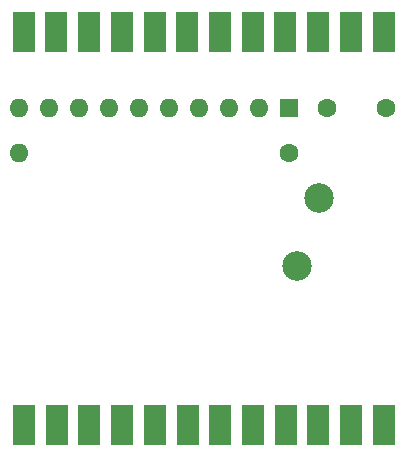
<source format=gbr>
G04 #@! TF.GenerationSoftware,KiCad,Pcbnew,8.0.4*
G04 #@! TF.CreationDate,2025-03-14T11:46:41-03:00*
G04 #@! TF.ProjectId,generic_8_bit_audio_dac,67656e65-7269-4635-9f38-5f6269745f61,rev?*
G04 #@! TF.SameCoordinates,Original*
G04 #@! TF.FileFunction,Soldermask,Bot*
G04 #@! TF.FilePolarity,Negative*
%FSLAX46Y46*%
G04 Gerber Fmt 4.6, Leading zero omitted, Abs format (unit mm)*
G04 Created by KiCad (PCBNEW 8.0.4) date 2025-03-14 11:46:41*
%MOMM*%
%LPD*%
G01*
G04 APERTURE LIST*
%ADD10C,1.600000*%
%ADD11O,1.600000X1.600000*%
%ADD12R,1.600000X1.600000*%
%ADD13R,1.846667X3.480000*%
%ADD14C,2.500000*%
G04 APERTURE END LIST*
D10*
X143510000Y-77470000D03*
D11*
X120650000Y-77470000D03*
D12*
X143510000Y-73660000D03*
D11*
X140970000Y-73660000D03*
X138430000Y-73660000D03*
X135890000Y-73660000D03*
X133350000Y-73660000D03*
X130810000Y-73660000D03*
X128270000Y-73660000D03*
X125730000Y-73660000D03*
X123190000Y-73660000D03*
X120650000Y-73660000D03*
D13*
X151530001Y-100457000D03*
X148760001Y-100457000D03*
X145990001Y-100457000D03*
X143220001Y-100457000D03*
X140450001Y-100457000D03*
X137680001Y-100457000D03*
X134910001Y-100457000D03*
X132140001Y-100457000D03*
X129370001Y-100457000D03*
X126600001Y-100457000D03*
X123830001Y-100457000D03*
X121060001Y-100457000D03*
X121036000Y-67183000D03*
X123806000Y-67183000D03*
X126576000Y-67183000D03*
X129346000Y-67183000D03*
X132116000Y-67183000D03*
X134886000Y-67183000D03*
X137656000Y-67183000D03*
X140426000Y-67183000D03*
X143196000Y-67183000D03*
X145966000Y-67183000D03*
X148736000Y-67183000D03*
X151506000Y-67183000D03*
D10*
X146685000Y-73660000D03*
X151685000Y-73660000D03*
D14*
X146050000Y-81280000D03*
X144145000Y-86995000D03*
M02*

</source>
